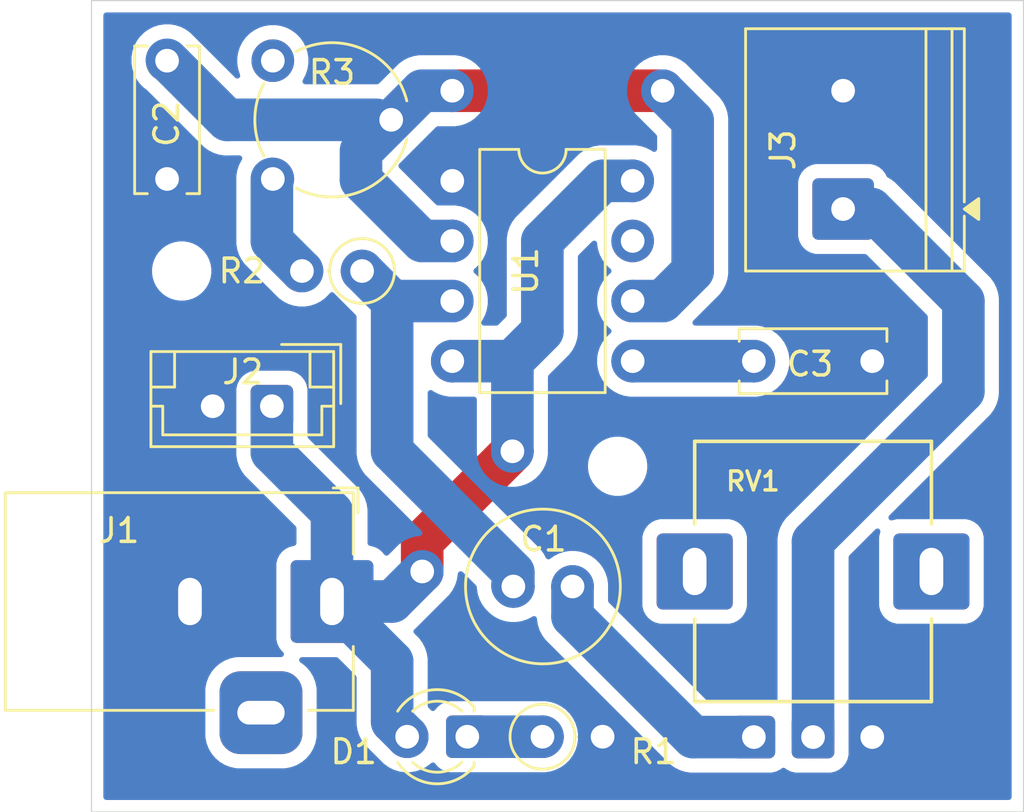
<source format=kicad_pcb>
(kicad_pcb (version 20241229) (generator "pcbnew") (generator_version "9.0")
  (layers (0 "F.Cu" signal) (2 "B.Cu" signal) (13 "F.Paste" user) (15 "B.Paste" user) (5 "F.SilkS" user "F.Silkscreen") (7 "B.SilkS" user "B.Silkscreen") (1 "F.Mask" user) (3 "B.Mask" user) (25 "Edge.Cuts" user))
  (net 0 "")
  (net 1 "GND")
  (net 2 "SIGNAL")
  (net 3 "C_VOLT")
  (net 4 "OUTPUT")
  (net 5 "Net-(C1-Pad2)")
  (net 6 "VCC")
  (net 7 "PROBE")
  (net 9 "Net-(D1-K)")
  (net 10 "Net-(R2-Pad2)")
  (footprint "Connector_JST:JST_EH_B2B-EH-A_1x02_P2.50mm_Vertical" (layer "F.Cu") (at 148.59 84.455 180)
    (property "Reference" "J2" (at 1.23 1.45 0) (layer "F.SilkS"))
    (property "Value" "POWER")
    (fp_line (start 5.11 2.31) (end 5.11 -1.71) (stroke (width 0.12)) (layer "F.SilkS"))
    (fp_line (start 5.11 0.81) (end 4.11 0.81) (stroke (width 0.12)) (layer "F.SilkS"))
    (fp_line (start 5.11 -1.71) (end -2.61 -1.71) (stroke (width 0.12)) (layer "F.SilkS"))
    (fp_line (start 4.61 0) (end 5.11 0) (stroke (width 0.12)) (layer "F.SilkS"))
    (fp_line (start 4.61 -1.21) (end 4.61 0) (stroke (width 0.12)) (layer "F.SilkS"))
    (fp_line (start 4.11 0.81) (end 4.11 2.31) (stroke (width 0.12)) (layer "F.SilkS"))
    (fp_line (start -1.61 0.81) (end -1.61 2.31) (stroke (width 0.12)) (layer "F.SilkS"))
    (fp_line (start -2.11 0) (end -2.11 -1.21) (stroke (width 0.12)) (layer "F.SilkS"))
    (fp_line (start -2.11 -1.21) (end 4.61 -1.21) (stroke (width 0.12)) (layer "F.SilkS"))
    (fp_line (start -2.61 2.31) (end 5.11 2.31) (stroke (width 0.12)) (layer "F.SilkS"))
    (fp_line (start -2.61 0.81) (end -1.61 0.81) (stroke (width 0.12)) (layer "F.SilkS"))
    (fp_line (start -2.61 0) (end -2.11 0) (stroke (width 0.12)) (layer "F.SilkS"))
    (fp_line (start -2.61 -1.71) (end -2.61 2.31) (stroke (width 0.12)) (layer "F.SilkS"))
    (fp_line (start -2.91 2.61) (end -0.41 2.61) (stroke (width 0.12)) (layer "F.SilkS"))
    (fp_line (start -2.91 0.11) (end -2.91 2.61) (stroke (width 0.12)) (layer "F.SilkS"))
    (pad "1" thru_hole roundrect (at 0 0 180) (size 1.8 1.8) (drill 1) (layers "*.Cu" "*.Mask") (roundrect_rratio 0.147059) (net 6 "VCC"))
    (pad "2" thru_hole circle (at 2.5 0 180) (size 1.8 1.8) (drill 1) (layers "*.Cu" "*.Mask") (net 1 "GND"))
  )
  (footprint "TerminalBlock_Phoenix:TerminalBlock_Phoenix_PT-1,5-2-5.0-H_1x02_P5.00mm_Horizontal" (layer "F.Cu") (at 172.72 76.12 90)
    (property "Reference" "J3" (at 2.5 -2.54 90) (layer "F.SilkS"))
    (property "Value" "PROBE")
    (fp_line (start 7.62 -4.12) (end 7.62 5.12) (stroke (width 0.12)) (layer "F.SilkS"))
    (fp_line (start -2.62 -4.12) (end 7.62 -4.12) (stroke (width 0.12)) (layer "F.SilkS"))
    (fp_line (start -2.62 3.5) (end 7.62 3.5) (stroke (width 0.12)) (layer "F.SilkS"))
    (fp_line (start -2.62 4.6) (end 7.62 4.6) (stroke (width 0.12)) (layer "F.SilkS"))
    (fp_line (start 7.62 5.12) (end 0.3 5.12) (stroke (width 0.12)) (layer "F.SilkS"))
    (fp_line (start -0.3 5.12) (end -2.62 5.12) (stroke (width 0.12)) (layer "F.SilkS"))
    (fp_line (start -2.62 5.12) (end -2.62 -4.12) (stroke (width 0.12)) (layer "F.SilkS"))
    (fp_poly (pts (xy 0 5.12) (xy 0.44 5.73) (xy -0.44 5.73)) (stroke (width 0.12)) (fill yes) (layer "F.SilkS"))
    (pad "1" thru_hole roundrect (at 0 0 90) (size 2.6 2.6) (drill 1) (layers "*.Cu" "*.Mask") (roundrect_rratio 0.096154) (net 7 "PROBE"))
    (pad "2" thru_hole circle (at 5 0 90) (size 2.6 2.6) (drill 1) (layers "*.Cu" "*.Mask") (net 1 "GND"))
  )
  (footprint "Connector_BarrelJack:BarrelJack_Horizontal" (layer "F.Cu") (at 151.13 92.71)
    (property "Reference" "J1" (at -9 -3 0) (layer "F.SilkS"))
    (property "Value" "POWER")
    (fp_line (start -13.8 -4.6) (end 0.9 -4.6) (stroke (width 0.12)) (layer "F.SilkS"))
    (fp_line (start -13.8 4.6) (end -13.8 -4.6) (stroke (width 0.12)) (layer "F.SilkS"))
    (fp_line (start -5 4.6) (end -13.8 4.6) (stroke (width 0.12)) (layer "F.SilkS"))
    (fp_line (start 0.05 -4.8) (end 1.1 -4.8) (stroke (width 0.12)) (layer "F.SilkS"))
    (fp_line (start 0.9 -4.6) (end 0.9 -2) (stroke (width 0.12)) (layer "F.SilkS"))
    (fp_line (start 0.9 1.9) (end 0.9 4.6) (stroke (width 0.12)) (layer "F.SilkS"))
    (fp_line (start 0.9 4.6) (end -1 4.6) (stroke (width 0.12)) (layer "F.SilkS"))
    (fp_line (start 1.1 -3.75) (end 1.1 -4.8) (stroke (width 0.12)) (layer "F.SilkS"))
    (pad "1" thru_hole roundrect (at 0 0) (size 3.5 3.5) (drill oval 1 2) (layers "*.Cu" "*.Mask") (roundrect_rratio 0.07142857143) (net 6 "VCC"))
    (pad "2" thru_hole roundrect (at -6 0) (size 3 3.5) (drill oval 1 2) (layers "*.Cu" "*.Mask") (net 1 "GND"))
    (pad "3" thru_hole roundrect (at -3 4.7) (size 3.5 3.5) (drill oval 2 1) (layers "*.Cu" "*.Mask"))
  )
  (footprint "Capacitor_THT:C_Disc_D6.0mm_W2.5mm_P5.00mm" (layer "F.Cu") (at 144.1625 69.85 -90)
    (property "Reference" "C2" (at 2.667 0.0175 270) (layer "F.SilkS"))
    (property "Value" "100nF")
    (fp_line (start -0.62 1.37) (end -0.62 0.835) (stroke (width 0.12)) (layer "F.SilkS"))
    (fp_line (start 5.62 1.37) (end -0.62 1.37) (stroke (width 0.12)) (layer "F.SilkS"))
    (fp_line (start 5.62 0.835) (end 5.62 1.37) (stroke (width 0.12)) (layer "F.SilkS"))
    (fp_line (start -0.62 -0.835) (end -0.62 -1.37) (stroke (width 0.12)) (layer "F.SilkS"))
    (fp_line (start -0.62 -1.37) (end 5.62 -1.37) (stroke (width 0.12)) (layer "F.SilkS"))
    (fp_line (start 5.62 -1.37) (end 5.62 -0.835) (stroke (width 0.12)) (layer "F.SilkS"))
    (pad "1" thru_hole circle (at 0 0 270) (size 1.8 1.8) (drill 1) (layers "*.Cu" "*.Mask") (net 2 "SIGNAL"))
    (pad "2" thru_hole circle (at 5 0 270) (size 1.8 1.8) (drill 1) (layers "*.Cu" "*.Mask") (net 1 "GND"))
  )
  (footprint "Capacitor_THT:C_Radial_D6.3mm_H11.0mm_P2.50mm" (layer "F.Cu") (at 158.79 92.075)
    (property "Reference" "C1" (at 1.27 -2 0) (layer "F.SilkS"))
    (property "Value" "1uF")
    (fp_circle (center 1.25 0) (end 4.52 0) (stroke (width 0.12)) (fill no) (layer "F.SilkS"))
    (pad "1" thru_hole circle (at 0 0) (size 1.8 1.8) (drill 1) (layers "*.Cu" "*.Mask") (net 4 "OUTPUT"))
    (pad "2" thru_hole circle (at 2.5 0) (size 1.8 1.8) (drill 1) (layers "*.Cu" "*.Mask") (net 5 "Net-(C1-Pad2)"))
  )
  (footprint "Custom:Trimmer_Piher_PT6_Vertical" (layer "F.Cu") (at 148.63 74.85)
    (property "Reference" "R3" (at 2.5 -4.5 0) (layer "F.SilkS"))
    (property "Value" "100K")
    (fp_arc (start -0.378 -0.969) (mid -0.76 -2.5) (end -0.378 -4.031) (stroke (width 0.12)) (layer "F.SilkS"))
    (fp_arc (start 0.969 -5.378) (mid 3.818477 -5.481789) (end 5.659 -3.304) (stroke (width 0.12)) (layer "F.SilkS"))
    (fp_arc (start 5.659 -1.696) (mid 3.818477 0.481789) (end 0.969 0.378) (stroke (width 0.12)) (layer "F.SilkS"))
    (pad "1" thru_hole circle (at 0 0) (size 1.8 1.8) (drill 1) (layers "*.Cu" "*.Mask") (net 10 "Net-(R2-Pad2)"))
    (pad "2" thru_hole circle (at 5 -2.5) (size 1.8 1.8) (drill 1) (layers "*.Cu" "*.Mask") (net 2 "SIGNAL"))
    (pad "3" thru_hole circle (at 0 -5) (size 1.8 1.8) (drill 1) (layers "*.Cu" "*.Mask"))
  )
  (footprint "Resistor_THT:R_Axial_DIN0207_L6.3mm_D2.5mm_P2.54mm_Vertical" (layer "F.Cu") (at 152.4 78.74 180)
    (property "Reference" "R2" (at 5.08 0 180) (layer "F.SilkS"))
    (property "Value" "3K3" (hide yes))
    (fp_line (start 1.37 0) (end 1.44 0) (stroke (width 0.12)) (layer "F.SilkS"))
    (fp_circle (center 0 0) (end 1.37 0) (stroke (width 0.12)) (fill no) (layer "F.SilkS"))
    (pad "1" thru_hole circle (at 0 0 180) (size 1.8 1.8) (drill 1) (layers "*.Cu" "*.Mask") (net 4 "OUTPUT"))
    (pad "2" thru_hole circle (at 2.54 0 180) (size 1.8 1.8) (drill 1) (layers "*.Cu" "*.Mask") (net 10 "Net-(R2-Pad2)"))
  )
  (footprint "MountingHole:MountingHole_2mm" (layer "F.Cu") (at 163.195 86.995)
    (property "Reference" "H2" (hide yes))
    (property "Value" "MountingHole" (hide yes))
    (pad "" np_thru_hole circle (at 0 0) (size 2 2) (drill 2) (layers "*.Cu" "*.Mask"))
  )
  (footprint "Capacitor_THT:C_Disc_D6.0mm_W2.5mm_P5.00mm" (layer "F.Cu") (at 173.95 82.55 180)
    (property "Reference" "C3" (at 2.627 -0.127 0) (layer "F.SilkS"))
    (property "Value" "100nF")
    (fp_line (start 5.62 1.37) (end -0.62 1.37) (stroke (width 0.12)) (layer "F.SilkS"))
    (fp_line (start 5.62 0.835) (end 5.62 1.37) (stroke (width 0.12)) (layer "F.SilkS"))
    (fp_line (start 5.62 -1.37) (end 5.62 -0.835) (stroke (width 0.12)) (layer "F.SilkS"))
    (fp_line (start -0.62 1.37) (end -0.62 0.835) (stroke (width 0.12)) (layer "F.SilkS"))
    (fp_line (start -0.62 -0.835) (end -0.62 -1.37) (stroke (width 0.12)) (layer "F.SilkS"))
    (fp_line (start -0.62 -1.37) (end 5.62 -1.37) (stroke (width 0.12)) (layer "F.SilkS"))
    (pad "1" thru_hole circle (at 0 0 180) (size 1.8 1.8) (drill 1) (layers "*.Cu" "*.Mask") (net 1 "GND"))
    (pad "2" thru_hole circle (at 5 0 180) (size 1.8 1.8) (drill 1) (layers "*.Cu" "*.Mask") (net 3 "C_VOLT"))
  )
  (footprint "Package_DIP:DIP-8_W7.62mm" (layer "F.Cu") (at 156.21 74.93)
    (property "Reference" "U1" (at 3.1 3.81 90) (layer "F.SilkS"))
    (property "Value" "NE555P")
    (fp_line (start 1.16 -1.33) (end 1.16 8.95) (stroke (width 0.12)) (layer "F.SilkS"))
    (fp_line (start 1.16 8.95) (end 6.46 8.95) (stroke (width 0.12)) (layer "F.SilkS"))
    (fp_line (start 2.81 -1.33) (end 1.16 -1.33) (stroke (width 0.12)) (layer "F.SilkS"))
    (fp_line (start 6.46 -1.33) (end 4.81 -1.33) (stroke (width 0.12)) (layer "F.SilkS"))
    (fp_line (start 6.46 8.95) (end 6.46 -1.33) (stroke (width 0.12)) (layer "F.SilkS"))
    (fp_arc (start 4.81 -1.33) (mid 3.81 -0.33) (end 2.81 -1.33) (stroke (width 0.12)) (layer "F.SilkS"))
    (pad "1" thru_hole circle (at 0 0) (size 1.8 1.8) (drill 1) (layers "*.Cu" "*.Mask") (net 1 "GND"))
    (pad "2" thru_hole circle (at 0 2.54) (size 1.8 1.8) (drill 1) (layers "*.Cu" "*.Mask") (net 2 "SIGNAL"))
    (pad "3" thru_hole circle (at 0 5.08) (size 1.8 1.8) (drill 1) (layers "*.Cu" "*.Mask") (net 4 "OUTPUT"))
    (pad "4" thru_hole circle (at 0 7.62) (size 1.8 1.8) (drill 1) (layers "*.Cu" "*.Mask") (net 6 "VCC"))
    (pad "5" thru_hole circle (at 7.62 7.62) (size 1.8 1.8) (drill 1) (layers "*.Cu" "*.Mask") (net 3 "C_VOLT"))
    (pad "6" thru_hole circle (at 7.62 5.08) (size 1.8 1.8) (drill 1) (layers "*.Cu" "*.Mask") (net 2 "SIGNAL"))
    (pad "7" thru_hole circle (at 7.62 2.54) (size 1.8 1.8) (drill 1) (layers "*.Cu" "*.Mask"))
    (pad "8" thru_hole circle (at 7.62 0) (size 1.8 1.8) (drill 1) (layers "*.Cu" "*.Mask") (net 6 "VCC"))
  )
  (footprint "Resistor_THT:R_Axial_DIN0207_L6.3mm_D2.5mm_P2.54mm_Vertical" (layer "F.Cu") (at 160.02 98.425)
    (property "Reference" "R1" (at 4.7 0.635 0) (layer "F.SilkS"))
    (property "Value" "1K" (hide yes))
    (fp_line (start 1.37 0) (end 1.44 0) (stroke (width 0.12)) (layer "F.SilkS"))
    (fp_circle (center 0 0) (end 1.37 0) (stroke (width 0.12)) (fill no) (layer "F.SilkS"))
    (pad "1" thru_hole circle (at 0 0) (size 1.8 1.8) (drill 1) (layers "*.Cu" "*.Mask") (net 9 "Net-(D1-K)"))
    (pad "2" thru_hole circle (at 2.54 0) (size 1.8 1.8) (drill 1) (layers "*.Cu" "*.Mask") (net 1 "GND"))
  )
  (footprint "Custom:Potenciometer_PTV09A" (layer "F.Cu") (at 171.45 91.44)
    (property "Reference" "RV1" (at -2.54 -3.81 0) (layer "F.SilkS") (effects (font (size 0.8 0.8))))
    (property "Value" "10K")
    (fp_line (start -5 -5.5) (end -5 -2) (stroke (width 0.1524)) (layer "F.SilkS"))
    (fp_line (start -5 -5.5) (end 5 -5.5) (stroke (width 0.1524)) (layer "F.SilkS"))
    (fp_line (start -5 2) (end -5 5.5) (stroke (width 0.1524)) (layer "F.SilkS"))
    (fp_line (start -5 5.5) (end 5 5.5) (stroke (width 0.1524)) (layer "F.SilkS"))
    (fp_line (start 5 -5.5) (end 5 -2) (stroke (width 0.1524)) (layer "F.SilkS"))
    (fp_line (start 5 5.5) (end 5 2) (stroke (width 0.1524)) (layer "F.SilkS"))
    (pad "1" thru_hole roundrect (at -2.5 7) (size 1.8 1.8) (drill 1) (layers "*.Cu" "*.Mask") (roundrect_rratio 0.1388888889) (net 5 "Net-(C1-Pad2)"))
    (pad "2" thru_hole roundrect (at 0 7) (size 1.8 1.8) (drill 1) (layers "*.Cu" "*.Mask") (roundrect_rratio 0.1388888889) (net 7 "PROBE"))
    (pad "3" thru_hole roundrect (at 2.5 7) (size 1.8 1.8) (drill 1) (layers "*.Cu" "*.Mask") (roundrect_rratio 0.1388888889) (net 1 "GND"))
    (pad "S1" thru_hole roundrect (at -5 0) (size 3.216 3.216) (drill oval 1 2) (layers "*.Cu" "*.Mask") (roundrect_rratio 0.07773631841))
    (pad "S2" thru_hole roundrect (at 5 0) (size 3.216 3.216) (drill oval 1 2) (layers "*.Cu" "*.Mask") (roundrect_rratio 0.07773631841))
  )
  (footprint "LED_THT:LED_D3.0mm" (layer "F.Cu") (at 156.845 98.425 180)
    (property "Reference" "D1" (at 4.8 -0.635 0) (layer "F.SilkS"))
    (property "Value" "LED" (hide yes))
    (fp_line (start -0.29 1.08) (end -0.29 1.236) (stroke (width 0.12)) (layer "F.SilkS"))
    (fp_line (start -0.29 -1.236) (end -0.29 -1.08) (stroke (width 0.12)) (layer "F.SilkS"))
    (fp_arc (start 2.941437 1.08) (mid 1.36566 1.987699) (end -0.29 1.235516) (stroke (width 0.12)) (layer "F.SilkS"))
    (fp_arc (start 2.310961 1.08) (mid 1.27 1.5) (end 0.229039 1.08) (stroke (width 0.12)) (layer "F.SilkS"))
    (fp_arc (start 0.229039 -1.08) (mid 1.27 -1.5) (end 2.310961 -1.08) (stroke (width 0.12)) (layer "F.SilkS"))
    (fp_arc (start -0.29 -1.235516) (mid 1.36566 -1.987699) (end 2.941437 -1.08) (stroke (width 0.12)) (layer "F.SilkS"))
    (pad "1" thru_hole roundrect (at 0 0 180) (size 1.8 1.8) (drill 1) (layers "*.Cu" "*.Mask") (roundrect_rratio 0.1388888889) (net 9 "Net-(D1-K)"))
    (pad "2" thru_hole circle (at 2.54 0 180) (size 1.8 1.8) (drill 1) (layers "*.Cu" "*.Mask") (net 6 "VCC"))
  )
  (footprint "MountingHole:MountingHole_2mm" (layer "F.Cu") (at 144.78 78.74)
    (property "Reference" "H1" (hide yes))
    (property "Value" "MountingHole" (hide yes))
    (pad "" np_thru_hole circle (at 0 0) (size 2 2) (drill 2) (layers "*.Cu" "*.Mask"))
  )
  (gr_line (start 140.97 67.31) (end 180.34 67.31) (stroke (width 0.05)) (layer "Edge.Cuts"))
  (gr_line (start 180.34 101.6) (end 140.97 101.6) (stroke (width 0.05)) (layer "Edge.Cuts"))
  (gr_line (start 180.34 67.31) (end 180.34 101.6) (stroke (width 0.05)) (layer "Edge.Cuts"))
  (gr_line (start 140.97 101.6) (end 140.97 67.31) (stroke (width 0.05)) (layer "Edge.Cuts"))
  (segment (start 156.21 71.12) (end 165.095 71.12) (width 1.8) (layer "F.Cu") (net 2))
  (segment (start 165.095 71.12) (end 165.0975 71.1225) (width 1.8) (layer "F.Cu") (net 2))
  (via (at 156.21 71.12) (size 1.8) (drill 1) (layers "F.Cu" "B.Cu") (net 2))
  (via (at 165.0975 71.1225) (size 1.8) (drill 1) (layers "F.Cu" "B.Cu") (net 2))
  (segment (start 165.095 80.01) (end 163.83 80.01) (width 1.8) (layer "B.Cu") (net 2))
  (segment (start 154.935 71.12) (end 156.21 71.12) (width 1.8) (layer "B.Cu") (net 2))
  (segment (start 146.7025 72.355) (end 144.1625 69.815) (width 1.8) (layer "B.Cu") (net 2))
  (segment (start 154.935 77.47) (end 156.21 77.47) (width 1.8) (layer "B.Cu") (net 2))
  (segment (start 153.0125 72.35) (end 146.7075 72.35) (width 1.8) (layer "B.Cu") (net 2))
  (segment (start 152.355 74.89) (end 152.355 73.655) (width 1.8) (layer "B.Cu") (net 2))
  (segment (start 154.935 77.47) (end 152.355 74.89) (width 1.8) (layer "B.Cu") (net 2))
  (segment (start 166.365 72.39) (end 166.365 78.74) (width 1.8) (layer "B.Cu") (net 2))
  (segment (start 165.095 71.12) (end 165.0975 71.1225) (width 1.8) (layer "B.Cu") (net 2))
  (segment (start 166.365 78.74) (end 165.095 80.01) (width 1.8) (layer "B.Cu") (net 2))
  (segment (start 152.4 73.655) (end 154.935 71.12) (width 1.8) (layer "B.Cu") (net 2))
  (segment (start 165.0975 71.1225) (end 166.365 72.39) (width 1.8) (layer "B.Cu") (net 2))
  (segment (start 163.83 82.55) (end 168.95 82.55) (width 1.8) (layer "B.Cu") (net 3))
  (segment (start 156.21 80.01) (end 153.67 80.01) (width 1.8) (layer "B.Cu") (net 4))
  (segment (start 158.75 92.035) (end 158.79 92.075) (width 1.8) (layer "B.Cu") (net 4))
  (segment (start 153.67 86.36) (end 153.67 80.01) (width 1.8) (layer "B.Cu") (net 4))
  (segment (start 153.67 80.01) (end 152.4 78.74) (width 1.8) (layer "B.Cu") (net 4))
  (segment (start 158.79 92.075) (end 158.79 91.48) (width 1.8) (layer "B.Cu") (net 4))
  (segment (start 158.79 91.48) (end 153.67 86.36) (width 1.8) (layer "B.Cu") (net 4))
  (segment (start 168.95 98.44) (end 166.385 98.44) (width 1.8) (layer "B.Cu") (net 5))
  (segment (start 161.29 93.345) (end 161.29 92.075) (width 1.8) (layer "B.Cu") (net 5))
  (segment (start 166.385 98.44) (end 161.29 93.345) (width 1.8) (layer "B.Cu") (net 5))
  (segment (start 154.94 90.17) (end 158.75 86.36) (width 1.8) (layer "F.Cu") (net 6))
  (segment (start 154.94 91.44) (end 154.94 90.17) (width 1.8) (layer "F.Cu") (net 6))
  (via (at 158.75 86.36) (size 1.8) (drill 1) (layers "F.Cu" "B.Cu") (net 6))
  (via (at 154.94 91.44) (size 1.8) (drill 1) (layers "F.Cu" "B.Cu") (net 6))
  (segment (start 153.67 92.71) (end 151.13 92.71) (width 1.8) (layer "B.Cu") (net 6))
  (segment (start 160.015 81.28) (end 158.75 82.545) (width 1.8) (layer "B.Cu") (net 6))
  (segment (start 160.015 77.47) (end 160.015 81.28) (width 1.8) (layer "B.Cu") (net 6))
  (segment (start 151.13 88.94) (end 148.59 86.4) (width 1.8) (layer "B.Cu") (net 6))
  (segment (start 153.67 97.79) (end 153.67 95.25) (width 1.8) (layer "B.Cu") (net 6))
  (segment (start 158.745 82.55) (end 156.21 82.55) (width 1.8) (layer "B.Cu") (net 6))
  (segment (start 163.83 74.93) (end 162.555 74.93) (width 1.8) (layer "B.Cu") (net 6))
  (segment (start 158.75 82.545) (end 158.75 86.36) (width 1.8) (layer "B.Cu") (net 6))
  (segment (start 162.555 74.93) (end 160.015 77.47) (width 1.8) (layer "B.Cu") (net 6))
  (segment (start 151.13 92.71) (end 151.13 88.94) (width 1.8) (layer "B.Cu") (net 6))
  (segment (start 153.67 95.25) (end 151.13 92.71) (width 1.8) (layer "B.Cu") (net 6))
  (segment (start 154.94 91.44) (end 153.67 92.71) (width 1.8) (layer "B.Cu") (net 6))
  (segment (start 148.59 86.4) (end 148.59 84.455) (width 1.8) (layer "B.Cu") (net 6))
  (segment (start 160.015 81.28) (end 158.745 82.55) (width 1.8) (layer "B.Cu") (net 6))
  (segment (start 154.305 98.425) (end 153.67 97.79) (width 1.8) (layer "B.Cu") (net 6))
  (segment (start 173.91 76.12) (end 177.8 80.01) (width 1.8) (layer "B.Cu") (net 7))
  (segment (start 172.72 76.12) (end 173.91 76.12) (width 1.8) (layer "B.Cu") (net 7))
  (segment (start 171.45 90.17) (end 171.45 98.44) (width 1.8) (layer "B.Cu") (net 7))
  (segment (start 177.8 83.82) (end 171.45 90.17) (width 1.8) (layer "B.Cu") (net 7))
  (segment (start 177.8 80.01) (end 177.8 83.82) (width 1.8) (layer "B.Cu") (net 7))
  (segment (start 156.845 98.425) (end 160.02 98.425) (width 1.8) (layer "B.Cu") (net 9))
  (segment (start 148.59 77.47) (end 149.86 78.74) (width 1.8) (layer "B.Cu") (net 10))
  (segment (start 148.59 77.47) (end 148.59 74.85) (width 1.8) (layer "B.Cu") (net 10))
  (zone (net 1) (net_name "GND") (layer "B.Cu") (name "GND") (connect_pads yes (clearance 0.6)) (min_thickness 0.25) (fill yes (thermal_gap 0.5) (thermal_bridge_width 0.5))
    (polygon (pts (xy 140.97 67.31) (xy 140.97 101.6) (xy 180.34 101.6) (xy 180.34 67.31)))
  )
)
</source>
